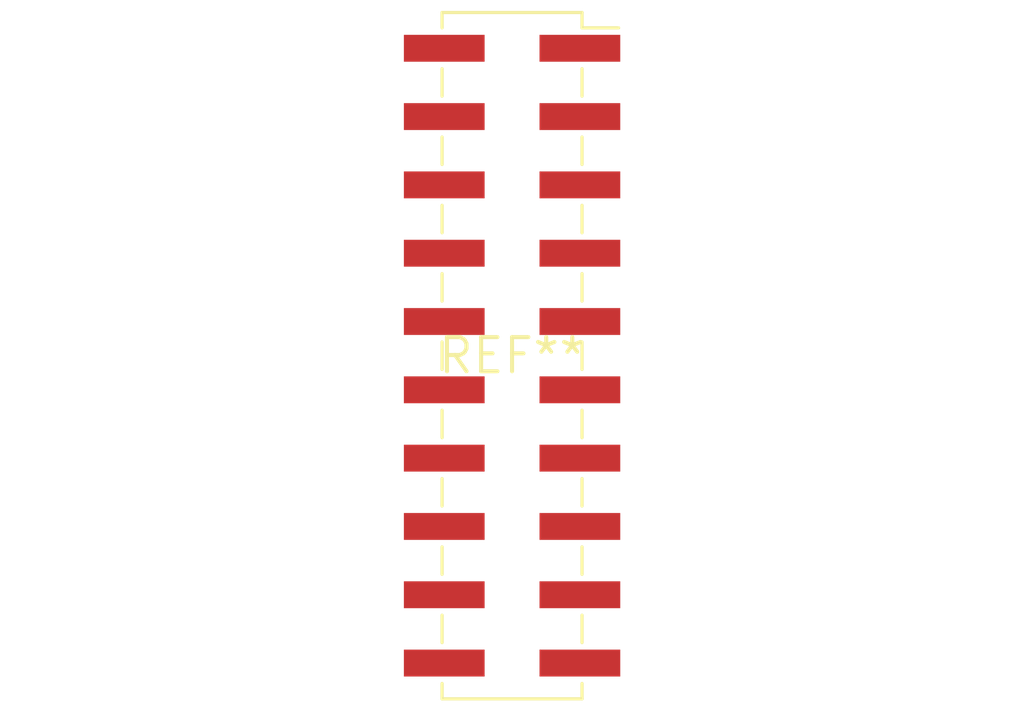
<source format=kicad_pcb>
(kicad_pcb (version 20240108) (generator pcbnew)
  (layers (0 "F.Cu" signal) (31 "B.Cu" signal) (34 "B.Paste" user) (35 "F.Paste" user) (36 "B.SilkS" user "B.Silkscreen") (37 "F.SilkS" user "F.Silkscreen") (38 "B.Mask" user) (39 "F.Mask" user) (44 "Edge.Cuts" user))
  (net 0 "")
  (footprint "PinSocket_2x10_P2.54mm_Vertical_SMD" (layer "F.Cu") (at 0 0)
    (property "Reference" "REF**")
    (property "Value" "PinSocket_2x10_P2.54mm_Vertical_SMD")
    (fp_line (start -2.6 -12.76) (end -2.6 -12.19) (layer "F.SilkS") (stroke (width 0.12)))
    (fp_line (start -2.6 -12.76) (end 2.6 -12.76) (layer "F.SilkS") (stroke (width 0.12)))
    (fp_line (start -2.6 -10.67) (end -2.6 -9.65) (layer "F.SilkS") (stroke (width 0.12)))
    (fp_line (start -2.6 -8.13) (end -2.6 -7.11) (layer "F.SilkS") (stroke (width 0.12)))
    (fp_line (start -2.6 -5.59) (end -2.6 -4.57) (layer "F.SilkS") (stroke (width 0.12)))
    (fp_line (start -2.6 -3.05) (end -2.6 -2.03) (layer "F.SilkS") (stroke (width 0.12)))
    (fp_line (start -2.6 -0.51) (end -2.6 0.51) (layer "F.SilkS") (stroke (width 0.12)))
    (fp_line (start -2.6 2.03) (end -2.6 3.05) (layer "F.SilkS") (stroke (width 0.12)))
    (fp_line (start -2.6 4.57) (end -2.6 5.59) (layer "F.SilkS") (stroke (width 0.12)))
    (fp_line (start -2.6 7.11) (end -2.6 8.13) (layer "F.SilkS") (stroke (width 0.12)))
    (fp_line (start -2.6 9.65) (end -2.6 10.67) (layer "F.SilkS") (stroke (width 0.12)))
    (fp_line (start -2.6 12.19) (end -2.6 12.76) (layer "F.SilkS") (stroke (width 0.12)))
    (fp_line (start -2.6 12.76) (end 2.6 12.76) (layer "F.SilkS") (stroke (width 0.12)))
    (fp_line (start 2.6 -12.76) (end 2.6 -12.19) (layer "F.SilkS") (stroke (width 0.12)))
    (fp_line (start 2.6 -12.19) (end 3.96 -12.19) (layer "F.SilkS") (stroke (width 0.12)))
    (fp_line (start 2.6 -10.67) (end 2.6 -9.65) (layer "F.SilkS") (stroke (width 0.12)))
    (fp_line (start 2.6 -8.13) (end 2.6 -7.11) (layer "F.SilkS") (stroke (width 0.12)))
    (fp_line (start 2.6 -5.59) (end 2.6 -4.57) (layer "F.SilkS") (stroke (width 0.12)))
    (fp_line (start 2.6 -3.05) (end 2.6 -2.03) (layer "F.SilkS") (stroke (width 0.12)))
    (fp_line (start 2.6 -0.51) (end 2.6 0.51) (layer "F.SilkS") (stroke (width 0.12)))
    (fp_line (start 2.6 2.03) (end 2.6 3.05) (layer "F.SilkS") (stroke (width 0.12)))
    (fp_line (start 2.6 4.57) (end 2.6 5.59) (layer "F.SilkS") (stroke (width 0.12)))
    (fp_line (start 2.6 7.11) (end 2.6 8.13) (layer "F.SilkS") (stroke (width 0.12)))
    (fp_line (start 2.6 9.65) (end 2.6 10.67) (layer "F.SilkS") (stroke (width 0.12)))
    (fp_line (start 2.6 12.19) (end 2.6 12.76) (layer "F.SilkS") (stroke (width 0.12)))
    (pad "1" smd rect (at 2.52 -11.43) (size 3 1) (layers "F.Cu" "F.Paste" "F.Mask"))
    (pad "2" smd rect (at -2.52 -11.43) (size 3 1) (layers "F.Cu" "F.Paste" "F.Mask"))
    (pad "3" smd rect (at 2.52 -8.89) (size 3 1) (layers "F.Cu" "F.Paste" "F.Mask"))
    (pad "4" smd rect (at -2.52 -8.89) (size 3 1) (layers "F.Cu" "F.Paste" "F.Mask"))
    (pad "5" smd rect (at 2.52 -6.35) (size 3 1) (layers "F.Cu" "F.Paste" "F.Mask"))
    (pad "6" smd rect (at -2.52 -6.35) (size 3 1) (layers "F.Cu" "F.Paste" "F.Mask"))
    (pad "7" smd rect (at 2.52 -3.81) (size 3 1) (layers "F.Cu" "F.Paste" "F.Mask"))
    (pad "8" smd rect (at -2.52 -3.81) (size 3 1) (layers "F.Cu" "F.Paste" "F.Mask"))
    (pad "9" smd rect (at 2.52 -1.27) (size 3 1) (layers "F.Cu" "F.Paste" "F.Mask"))
    (pad "10" smd rect (at -2.52 -1.27) (size 3 1) (layers "F.Cu" "F.Paste" "F.Mask"))
    (pad "11" smd rect (at 2.52 1.27) (size 3 1) (layers "F.Cu" "F.Paste" "F.Mask"))
    (pad "12" smd rect (at -2.52 1.27) (size 3 1) (layers "F.Cu" "F.Paste" "F.Mask"))
    (pad "13" smd rect (at 2.52 3.81) (size 3 1) (layers "F.Cu" "F.Paste" "F.Mask"))
    (pad "14" smd rect (at -2.52 3.81) (size 3 1) (layers "F.Cu" "F.Paste" "F.Mask"))
    (pad "15" smd rect (at 2.52 6.35) (size 3 1) (layers "F.Cu" "F.Paste" "F.Mask"))
    (pad "16" smd rect (at -2.52 6.35) (size 3 1) (layers "F.Cu" "F.Paste" "F.Mask"))
    (pad "17" smd rect (at 2.52 8.89) (size 3 1) (layers "F.Cu" "F.Paste" "F.Mask"))
    (pad "18" smd rect (at -2.52 8.89) (size 3 1) (layers "F.Cu" "F.Paste" "F.Mask"))
    (pad "19" smd rect (at 2.52 11.43) (size 3 1) (layers "F.Cu" "F.Paste" "F.Mask"))
    (pad "20" smd rect (at -2.52 11.43) (size 3 1) (layers "F.Cu" "F.Paste" "F.Mask"))
  )
)
</source>
